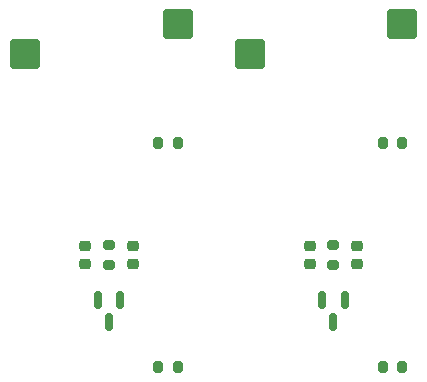
<source format=gbp>
%TF.GenerationSoftware,KiCad,Pcbnew,(6.0.9)*%
%TF.CreationDate,2023-02-13T00:06:44-05:00*%
%TF.ProjectId,Tang,54616e67-2e6b-4696-9361-645f70636258,rev?*%
%TF.SameCoordinates,Original*%
%TF.FileFunction,Paste,Bot*%
%TF.FilePolarity,Positive*%
%FSLAX46Y46*%
G04 Gerber Fmt 4.6, Leading zero omitted, Abs format (unit mm)*
G04 Created by KiCad (PCBNEW (6.0.9)) date 2023-02-13 00:06:44*
%MOMM*%
%LPD*%
G01*
G04 APERTURE LIST*
G04 Aperture macros list*
%AMRoundRect*
0 Rectangle with rounded corners*
0 $1 Rounding radius*
0 $2 $3 $4 $5 $6 $7 $8 $9 X,Y pos of 4 corners*
0 Add a 4 corners polygon primitive as box body*
4,1,4,$2,$3,$4,$5,$6,$7,$8,$9,$2,$3,0*
0 Add four circle primitives for the rounded corners*
1,1,$1+$1,$2,$3*
1,1,$1+$1,$4,$5*
1,1,$1+$1,$6,$7*
1,1,$1+$1,$8,$9*
0 Add four rect primitives between the rounded corners*
20,1,$1+$1,$2,$3,$4,$5,0*
20,1,$1+$1,$4,$5,$6,$7,0*
20,1,$1+$1,$6,$7,$8,$9,0*
20,1,$1+$1,$8,$9,$2,$3,0*%
G04 Aperture macros list end*
%ADD10RoundRect,0.250000X-1.025000X-1.000000X1.025000X-1.000000X1.025000X1.000000X-1.025000X1.000000X0*%
%ADD11RoundRect,0.200000X-0.200000X-0.275000X0.200000X-0.275000X0.200000X0.275000X-0.200000X0.275000X0*%
%ADD12RoundRect,0.225000X0.250000X-0.225000X0.250000X0.225000X-0.250000X0.225000X-0.250000X-0.225000X0*%
%ADD13RoundRect,0.200000X0.275000X-0.200000X0.275000X0.200000X-0.275000X0.200000X-0.275000X-0.200000X0*%
%ADD14RoundRect,0.150000X-0.150000X0.587500X-0.150000X-0.587500X0.150000X-0.587500X0.150000X0.587500X0*%
%ADD15RoundRect,0.225000X-0.250000X0.225000X-0.250000X-0.225000X0.250000X-0.225000X0.250000X0.225000X0*%
G04 APERTURE END LIST*
D10*
%TO.C,SW1*%
X103415000Y-93460000D03*
X116342000Y-90920000D03*
%TD*%
%TO.C,SW2*%
X122415000Y-93460000D03*
X135342000Y-90920000D03*
%TD*%
D11*
%TO.C,R1*%
X114675000Y-101000000D03*
X116325000Y-101000000D03*
%TD*%
D12*
%TO.C,C2*%
X127500000Y-111275000D03*
X127500000Y-109725000D03*
%TD*%
D11*
%TO.C,R2*%
X133675000Y-101000000D03*
X135325000Y-101000000D03*
%TD*%
D13*
%TO.C,R5*%
X110500000Y-111325000D03*
X110500000Y-109675000D03*
%TD*%
D14*
%TO.C,U2*%
X109550000Y-114262500D03*
X111450000Y-114262500D03*
X110500000Y-116137500D03*
%TD*%
D13*
%TO.C,R6*%
X129500000Y-111325000D03*
X129500000Y-109675000D03*
%TD*%
D15*
%TO.C,C4*%
X131500000Y-109725000D03*
X131500000Y-111275000D03*
%TD*%
%TO.C,C3*%
X112500000Y-109725000D03*
X112500000Y-111275000D03*
%TD*%
D11*
%TO.C,R3*%
X114675000Y-120000000D03*
X116325000Y-120000000D03*
%TD*%
D12*
%TO.C,C1*%
X108500000Y-111275000D03*
X108500000Y-109725000D03*
%TD*%
D14*
%TO.C,U3*%
X128550000Y-114262500D03*
X130450000Y-114262500D03*
X129500000Y-116137500D03*
%TD*%
D11*
%TO.C,R4*%
X133675000Y-120000000D03*
X135325000Y-120000000D03*
%TD*%
M02*

</source>
